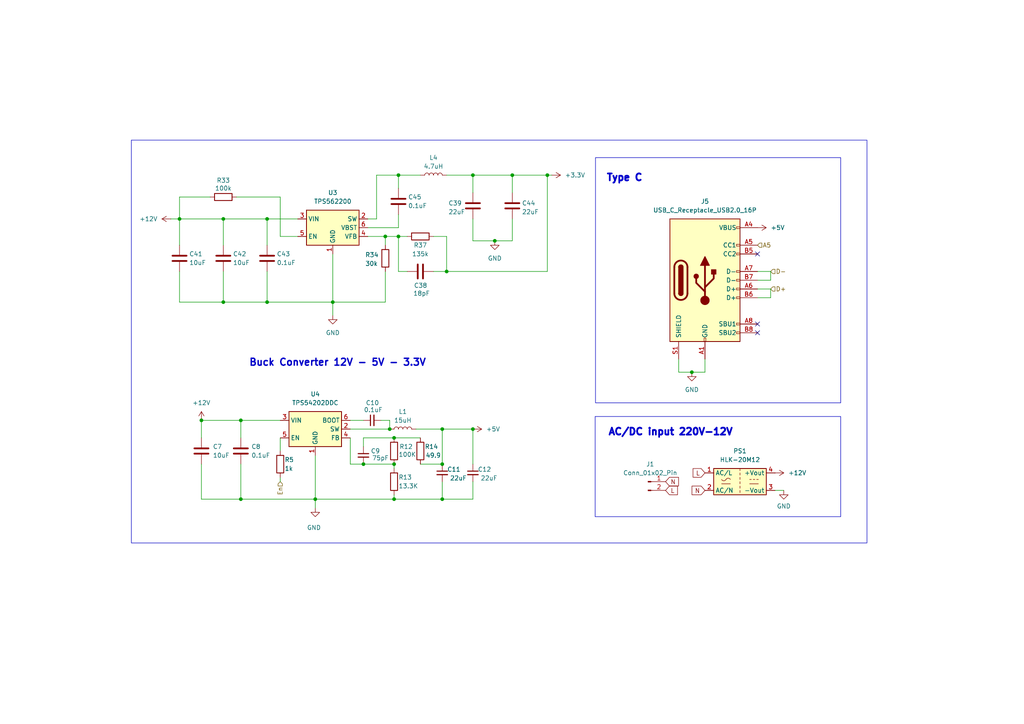
<source format=kicad_sch>
(kicad_sch (version 20231120) (generator "eeschema") (generator_version "8.0")
  (paper "A4")
  (lib_symbols
    (symbol "Connector:Conn_01x02_Pin" (pin_names (offset 1.016) hide)
      (property "Reference" "J" (at 0 2.54 0))
      (property "Value" "Conn_01x02_Pin" (at 0 -5.08 0))
      (symbol "Conn_01x02_Pin_1_1"
        (polyline (pts (xy 1.27 -2.54) (xy 0.8636 -2.54)) (stroke (width 0.1524)))
        (polyline (pts (xy 1.27 0) (xy 0.8636 0)) (stroke (width 0.1524)))
        (rectangle (start 0.8636 -2.413) (end 0 -2.667) (stroke (width 0.1524)) (fill (type outline)))
        (rectangle (start 0.8636 0.127) (end 0 -0.127) (stroke (width 0.1524)) (fill (type outline)))
        (pin passive line (at 5.08 0 180) (length 3.81) (name "Pin_1") (number "1"))
        (pin passive line (at 5.08 -2.54 180) (length 3.81) (name "Pin_2") (number "2"))
      )
    )
    (symbol "Connector:USB_C_Receptacle_USB2.0_16P" (pin_names (offset 1.016))
      (property "Reference" "J" (at 0 22.225 0))
      (property "Value" "USB_C_Receptacle_USB2.0_16P" (at 0 19.685 0))
      (symbol "USB_C_Receptacle_USB2.0_16P_0_0"
        (rectangle (start -0.254 -17.78) (end 0.254 -16.764))
        (rectangle (start 10.16 -14.986) (end 9.144 -15.494))
        (rectangle (start 10.16 -12.446) (end 9.144 -12.954))
        (rectangle (start 10.16 -4.826) (end 9.144 -5.334))
        (rectangle (start 10.16 -2.286) (end 9.144 -2.794))
        (rectangle (start 10.16 0.254) (end 9.144 -0.254))
        (rectangle (start 10.16 2.794) (end 9.144 2.286))
        (rectangle (start 10.16 7.874) (end 9.144 7.366))
        (rectangle (start 10.16 10.414) (end 9.144 9.906))
        (rectangle (start 10.16 15.494) (end 9.144 14.986))
      )
      (symbol "USB_C_Receptacle_USB2.0_16P_0_1"
        (rectangle (start -10.16 17.78) (end 10.16 -17.78) (stroke (width 0.254)) (fill (type background)))
        (arc (start -8.89 -3.81) (mid -6.985 -5.7067) (end -5.08 -3.81) (stroke (width 0.508)))
        (arc (start -7.62 -3.81) (mid -6.985 -4.4423) (end -6.35 -3.81) (stroke (width 0.254)))
        (arc (start -7.62 -3.81) (mid -6.985 -4.4423) (end -6.35 -3.81) (stroke (width 0.254)) (fill (type outline)))
        (rectangle (start -7.62 -3.81) (end -6.35 3.81) (stroke (width 0.254)) (fill (type outline)))
        (arc (start -6.35 3.81) (mid -6.985 4.4423) (end -7.62 3.81) (stroke (width 0.254)))
        (arc (start -6.35 3.81) (mid -6.985 4.4423) (end -7.62 3.81) (stroke (width 0.254)) (fill (type outline)))
        (arc (start -5.08 3.81) (mid -6.985 5.7067) (end -8.89 3.81) (stroke (width 0.508)))
        (circle (center -2.54 1.143) (radius 0.635) (stroke (width 0.254)) (fill (type outline)))
        (circle (center 0 -5.842) (radius 1.27) (fill (type outline)))
        (polyline (pts (xy -8.89 -3.81) (xy -8.89 3.81)) (stroke (width 0.508)))
        (polyline (pts (xy -5.08 3.81) (xy -5.08 -3.81)) (stroke (width 0.508)))
        (polyline (pts (xy 0 -5.842) (xy 0 4.318)) (stroke (width 0.508)))
        (polyline (pts (xy 0 -3.302) (xy -2.54 -0.762) (xy -2.54 0.508)) (stroke (width 0.508)))
        (polyline (pts (xy 0 -2.032) (xy 2.54 0.508) (xy 2.54 1.778)) (stroke (width 0.508)))
        (polyline (pts (xy -1.27 4.318) (xy 0 6.858) (xy 1.27 4.318) (xy -1.27 4.318)) (stroke (width 0.254)) (fill (type outline)))
        (rectangle (start 1.905 1.778) (end 3.175 3.048) (stroke (width 0.254)) (fill (type outline)))
      )
      (symbol "USB_C_Receptacle_USB2.0_16P_1_1"
        (pin passive line (at 0 -22.86 90) (length 5.08) (name "GND") (number "A1"))
        (pin passive line (at 0 -22.86 90) (length 5.08) hide (name "GND") (number "A12"))
        (pin passive line (at 15.24 15.24 180) (length 5.08) (name "VBUS") (number "A4"))
        (pin bidirectional line (at 15.24 10.16 180) (length 5.08) (name "CC1") (number "A5"))
        (pin bidirectional line (at 15.24 -2.54 180) (length 5.08) (name "D+") (number "A6"))
        (pin bidirectional line (at 15.24 2.54 180) (length 5.08) (name "D-") (number "A7"))
        (pin bidirectional line (at 15.24 -12.7 180) (length 5.08) (name "SBU1") (number "A8"))
        (pin passive line (at 15.24 15.24 180) (length 5.08) hide (name "VBUS") (number "A9"))
        (pin passive line (at 0 -22.86 90) (length 5.08) hide (name "GND") (number "B1"))
        (pin passive line (at 0 -22.86 90) (length 5.08) hide (name "GND") (number "B12"))
        (pin passive line (at 15.24 15.24 180) (length 5.08) hide (name "VBUS") (number "B4"))
        (pin bidirectional line (at 15.24 7.62 180) (length 5.08) (name "CC2") (number "B5"))
        (pin bidirectional line (at 15.24 -5.08 180) (length 5.08) (name "D+") (number "B6"))
        (pin bidirectional line (at 15.24 0 180) (length 5.08) (name "D-") (number "B7"))
        (pin bidirectional line (at 15.24 -15.24 180) (length 5.08) (name "SBU2") (number "B8"))
        (pin passive line (at 15.24 15.24 180) (length 5.08) hide (name "VBUS") (number "B9"))
        (pin passive line (at -7.62 -22.86 90) (length 5.08) (name "SHIELD") (number "S1"))
      )
    )
    (symbol "Converter_ACDC:HLK-20M12"
      (property "Reference" "PS" (at 0 5.08 0))
      (property "Value" "HLK-20M12" (at 0 -5.08 0))
      (symbol "HLK-20M12_0_1"
        (rectangle (start -7.62 3.81) (end 7.62 -3.81) (stroke (width 0.254)) (fill (type background)))
        (arc (start -5.334 0.635) (mid -4.699 0.2495) (end -4.064 0.635))
        (arc (start -2.794 0.635) (mid -3.429 1.0072) (end -4.064 0.635))
        (polyline (pts (xy -5.334 -0.635) (xy -2.794 -0.635)))
        (polyline (pts (xy 0 -2.54) (xy 0 -3.175)))
        (polyline (pts (xy 0 -1.27) (xy 0 -1.905)))
        (polyline (pts (xy 0 0) (xy 0 -0.635)))
        (polyline (pts (xy 0 1.27) (xy 0 0.635)))
        (polyline (pts (xy 0 2.54) (xy 0 1.905)))
        (polyline (pts (xy 0 3.81) (xy 0 3.175)))
        (polyline (pts (xy 2.794 -0.635) (xy 5.334 -0.635)))
        (polyline (pts (xy 2.794 0.635) (xy 3.302 0.635)))
        (polyline (pts (xy 3.81 0.635) (xy 4.318 0.635)))
        (polyline (pts (xy 4.826 0.635) (xy 5.334 0.635)))
      )
      (symbol "HLK-20M12_1_1"
        (pin power_in line (at -10.16 2.54 0) (length 2.54) (name "AC/L") (number "1"))
        (pin power_in line (at -10.16 -2.54 0) (length 2.54) (name "AC/N") (number "2"))
        (pin power_out line (at 10.16 -2.54 180) (length 2.54) (name "-Vout") (number "3"))
        (pin power_out line (at 10.16 2.54 180) (length 2.54) (name "+Vout") (number "4"))
      )
    )
    (symbol "Device:C" (pin_numbers hide) (pin_names (offset 0.254))
      (property "Reference" "C" (at 0.635 2.54 0))
      (property "Value" "C" (at 0.635 -2.54 0))
      (symbol "C_0_1"
        (polyline (pts (xy -2.032 -0.762) (xy 2.032 -0.762)) (stroke (width 0.508)))
        (polyline (pts (xy -2.032 0.762) (xy 2.032 0.762)) (stroke (width 0.508)))
      )
      (symbol "C_1_1"
        (pin passive line (at 0 3.81 270) (length 2.794) (name "~") (number "1"))
        (pin passive line (at 0 -3.81 90) (length 2.794) (name "~") (number "2"))
      )
    )
    (symbol "Device:C_Small" (pin_numbers hide) (pin_names (offset 0.254) hide)
      (property "Reference" "C" (at 0.254 1.778 0))
      (property "Value" "C_Small" (at 0.254 -2.032 0))
      (symbol "C_Small_0_1"
        (polyline (pts (xy -1.524 -0.508) (xy 1.524 -0.508)) (stroke (width 0.3302)))
        (polyline (pts (xy -1.524 0.508) (xy 1.524 0.508)) (stroke (width 0.3048)))
      )
      (symbol "C_Small_1_1"
        (pin passive line (at 0 2.54 270) (length 2.032) (name "~") (number "1"))
        (pin passive line (at 0 -2.54 90) (length 2.032) (name "~") (number "2"))
      )
    )
    (symbol "Device:L" (pin_numbers hide) (pin_names (offset 1.016) hide)
      (property "Reference" "L" (at -1.27 0 90))
      (property "Value" "L" (at 1.905 0 90))
      (symbol "L_0_1"
        (arc (start 0 -2.54) (mid 0.6323 -1.905) (end 0 -1.27))
        (arc (start 0 -1.27) (mid 0.6323 -0.635) (end 0 0))
        (arc (start 0 0) (mid 0.6323 0.635) (end 0 1.27))
        (arc (start 0 1.27) (mid 0.6323 1.905) (end 0 2.54))
      )
      (symbol "L_1_1"
        (pin passive line (at 0 3.81 270) (length 1.27) (name "1") (number "1"))
        (pin passive line (at 0 -3.81 90) (length 1.27) (name "2") (number "2"))
      )
    )
    (symbol "Device:R" (pin_numbers hide) (pin_names (offset 0))
      (property "Reference" "R" (at 2.032 0 90))
      (property "Value" "R" (at 0 0 90))
      (symbol "R_0_1"
        (rectangle (start -1.016 -2.54) (end 1.016 2.54) (stroke (width 0.254)))
      )
      (symbol "R_1_1"
        (pin passive line (at 0 3.81 270) (length 1.27) (name "~") (number "1"))
        (pin passive line (at 0 -3.81 90) (length 1.27) (name "~") (number "2"))
      )
    )
    (symbol "GND_1" (power) (pin_names (offset 0))
      (property "Value" "GND_1" (at 0 -3.81 0))
      (symbol "GND_1_0_1"
        (polyline (pts (xy 0 0) (xy 0 -1.27) (xy 1.27 -1.27) (xy 0 -2.54) (xy -1.27 -1.27) (xy 0 -1.27)))
      )
      (symbol "GND_1_1_1"
        (pin power_in line (at 0 0 270) (length 0) hide (name "GND") (number "1"))
      )
    )
    (symbol "Regulator_Switching:TPS54202DDC"
      (property "Reference" "U" (at -7.62 6.35 0))
      (property "Value" "TPS54202DDC" (at 0 6.35 0))
      (symbol "TPS54202DDC_0_1"
        (rectangle (start -7.62 5.08) (end 7.62 -5.08) (stroke (width 0.254)) (fill (type background)))
      )
      (symbol "TPS54202DDC_1_1"
        (pin power_in line (at 0 -7.62 90) (length 2.54) (name "GND") (number "1"))
        (pin power_out line (at 10.16 0 180) (length 2.54) (name "SW") (number "2"))
        (pin power_in line (at -10.16 2.54 0) (length 2.54) (name "VIN") (number "3"))
        (pin input line (at 10.16 -2.54 180) (length 2.54) (name "FB") (number "4"))
        (pin input line (at -10.16 -2.54 0) (length 2.54) (name "EN") (number "5"))
        (pin passive line (at 10.16 2.54 180) (length 2.54) (name "BOOT") (number "6"))
      )
    )
    (symbol "Regulator_Switching:TPS562200"
      (property "Reference" "U" (at -7.62 6.35 0))
      (property "Value" "TPS562200" (at -2.54 6.35 0))
      (symbol "TPS562200_0_1"
        (rectangle (start -7.62 5.08) (end 7.62 -5.08) (stroke (width 0.254)) (fill (type background)))
      )
      (symbol "TPS562200_1_1"
        (pin power_in line (at 0 -7.62 90) (length 2.54) (name "GND") (number "1"))
        (pin output line (at 10.16 2.54 180) (length 2.54) (name "SW") (number "2"))
        (pin power_in line (at -10.16 2.54 0) (length 2.54) (name "VIN") (number "3"))
        (pin input line (at 10.16 -2.54 180) (length 2.54) (name "VFB") (number "4"))
        (pin input line (at -10.16 -2.54 0) (length 2.54) (name "EN") (number "5"))
        (pin passive line (at 10.16 0 180) (length 2.54) (name "VBST") (number "6"))
      )
    )
    (symbol "power:+12V" (power) (pin_numbers hide) (pin_names (offset 0) hide)
      (property "Value" "+12V" (at 0 3.556 0))
      (symbol "+12V_0_1"
        (polyline (pts (xy -0.762 1.27) (xy 0 2.54)))
        (polyline (pts (xy 0 0) (xy 0 2.54)))
        (polyline (pts (xy 0 2.54) (xy 0.762 1.27)))
      )
      (symbol "+12V_1_1"
        (pin power_in line (at 0 0 90) (length 0) (name "~") (number "1"))
      )
    )
    (symbol "power:+3.3V" (power) (pin_numbers hide) (pin_names (offset 0) hide)
      (property "Value" "+3.3V" (at 0 3.556 0))
      (symbol "+3.3V_0_1"
        (polyline (pts (xy -0.762 1.27) (xy 0 2.54)))
        (polyline (pts (xy 0 0) (xy 0 2.54)))
        (polyline (pts (xy 0 2.54) (xy 0.762 1.27)))
      )
      (symbol "+3.3V_1_1"
        (pin power_in line (at 0 0 90) (length 0) (name "~") (number "1"))
      )
    )
    (symbol "power:+5V" (power) (pin_numbers hide) (pin_names (offset 0) hide)
      (property "Value" "+5V" (at 0 3.556 0))
      (symbol "+5V_0_1"
        (polyline (pts (xy -0.762 1.27) (xy 0 2.54)))
        (polyline (pts (xy 0 0) (xy 0 2.54)))
        (polyline (pts (xy 0 2.54) (xy 0.762 1.27)))
      )
      (symbol "+5V_1_1"
        (pin power_in line (at 0 0 90) (length 0) (name "~") (number "1"))
      )
    )
    (symbol "power:GND" (power) (pin_names (offset 0))
      (property "Value" "GND" (at 0 -3.81 0))
      (symbol "GND_0_1"
        (polyline (pts (xy 0 0) (xy 0 -1.27) (xy 1.27 -1.27) (xy 0 -2.54) (xy -1.27 -1.27) (xy 0 -1.27)))
      )
      (symbol "GND_1_1"
        (pin power_in line (at 0 0 270) (length 0) hide (name "GND") (number "1"))
      )
    )
  )
  (junction (at 96.52 87.63))
  (junction (at 128.27 124.46))
  (junction (at 128.27 134.62))
  (junction (at 158.75 50.8))
  (junction (at 200.66 107.95))
  (junction (at 114.3 144.78))
  (junction (at 114.3 134.62))
  (junction (at 64.77 87.63))
  (junction (at 111.76 68.58))
  (junction (at 69.85 144.78))
  (junction (at 129.54 78.74))
  (junction (at 113.03 124.46))
  (junction (at 128.27 144.78))
  (junction (at 105.41 134.62))
  (junction (at 137.16 124.46))
  (junction (at 52.07 63.5))
  (junction (at 143.51 69.85))
  (junction (at 91.44 144.78))
  (junction (at 64.77 63.5))
  (junction (at 77.47 63.5))
  (junction (at 114.3 127))
  (junction (at 137.16 50.8))
  (junction (at 58.42 121.92))
  (junction (at 69.85 121.92))
  (junction (at 148.59 50.8))
  (junction (at 77.47 87.63))
  (junction (at 115.57 50.8))
  (junction (at 115.57 68.58))
  (no_connect (at 219.71 93.98))
  (no_connect (at 219.71 96.52))
  (no_connect (at 219.71 73.66))
  (wire (pts (xy 114.3 127) (xy 121.92 127)))
  (wire (pts (xy 91.44 132.08) (xy 91.44 144.78)))
  (wire (pts (xy 111.76 68.58) (xy 111.76 71.12)))
  (wire (pts (xy 137.16 139.7) (xy 137.16 144.78)))
  (wire (pts (xy 120.65 124.46) (xy 128.27 124.46)))
  (wire (pts (xy 96.52 87.63) (xy 96.52 91.44)))
  (wire (pts (xy 49.53 63.5) (xy 52.07 63.5)))
  (wire (pts (xy 219.71 78.74) (xy 223.52 78.74)))
  (wire (pts (xy 219.71 83.82) (xy 223.52 83.82)))
  (wire (pts (xy 128.27 144.78) (xy 137.16 144.78)))
  (wire (pts (xy 86.36 63.5) (xy 77.47 63.5)))
  (wire (pts (xy 52.07 78.74) (xy 52.07 87.63)))
  (wire (pts (xy 106.68 66.04) (xy 115.57 66.04)))
  (wire (pts (xy 111.76 68.58) (xy 115.57 68.58)))
  (wire (pts (xy 64.77 87.63) (xy 77.47 87.63)))
  (wire (pts (xy 105.41 127) (xy 114.3 127)))
  (wire (pts (xy 58.42 121.92) (xy 58.42 127)))
  (wire (pts (xy 58.42 144.78) (xy 69.85 144.78)))
  (wire (pts (xy 111.76 87.63) (xy 96.52 87.63)))
  (wire (pts (xy 128.27 124.46) (xy 137.16 124.46)))
  (wire (pts (xy 115.57 66.04) (xy 115.57 62.23)))
  (wire (pts (xy 143.51 69.85) (xy 148.59 69.85)))
  (wire (pts (xy 204.47 107.95) (xy 200.66 107.95)))
  (wire (pts (xy 109.22 50.8) (xy 115.57 50.8)))
  (wire (pts (xy 96.52 73.66) (xy 96.52 87.63)))
  (wire (pts (xy 114.3 143.51) (xy 114.3 144.78)))
  (wire (pts (xy 115.57 68.58) (xy 118.11 68.58)))
  (wire (pts (xy 69.85 144.78) (xy 91.44 144.78)))
  (wire (pts (xy 77.47 78.74) (xy 77.47 87.63)))
  (wire (pts (xy 91.44 144.78) (xy 91.44 147.32)))
  (wire (pts (xy 58.42 121.92) (xy 69.85 121.92)))
  (wire (pts (xy 52.07 57.15) (xy 52.07 63.5)))
  (wire (pts (xy 114.3 135.89) (xy 114.3 134.62)))
  (wire (pts (xy 101.6 124.46) (xy 113.03 124.46)))
  (wire (pts (xy 115.57 50.8) (xy 115.57 54.61)))
  (wire (pts (xy 158.75 50.8) (xy 160.02 50.8)))
  (wire (pts (xy 113.03 121.92) (xy 113.03 124.46)))
  (wire (pts (xy 137.16 124.46) (xy 137.16 134.62)))
  (wire (pts (xy 137.16 50.8) (xy 137.16 55.88)))
  (wire (pts (xy 121.92 134.62) (xy 128.27 134.62)))
  (wire (pts (xy 101.6 121.92) (xy 105.41 121.92)))
  (wire (pts (xy 81.28 130.81) (xy 81.28 127)))
  (wire (pts (xy 148.59 50.8) (xy 158.75 50.8)))
  (wire (pts (xy 129.54 78.74) (xy 158.75 78.74)))
  (wire (pts (xy 125.73 68.58) (xy 129.54 68.58)))
  (wire (pts (xy 128.27 139.7) (xy 128.27 144.78)))
  (wire (pts (xy 105.41 129.54) (xy 105.41 127)))
  (wire (pts (xy 110.49 121.92) (xy 113.03 121.92)))
  (wire (pts (xy 219.71 86.36) (xy 223.52 86.36)))
  (wire (pts (xy 115.57 78.74) (xy 115.57 68.58)))
  (wire (pts (xy 52.07 63.5) (xy 64.77 63.5)))
  (wire (pts (xy 196.85 104.14) (xy 196.85 107.95)))
  (wire (pts (xy 69.85 121.92) (xy 81.28 121.92)))
  (wire (pts (xy 101.6 127) (xy 101.6 134.62)))
  (wire (pts (xy 128.27 124.46) (xy 128.27 134.62)))
  (wire (pts (xy 64.77 78.74) (xy 64.77 87.63)))
  (wire (pts (xy 52.07 71.12) (xy 52.07 63.5)))
  (wire (pts (xy 81.28 57.15) (xy 68.58 57.15)))
  (wire (pts (xy 148.59 69.85) (xy 148.59 63.5)))
  (wire (pts (xy 115.57 50.8) (xy 121.92 50.8)))
  (wire (pts (xy 111.76 78.74) (xy 111.76 87.63)))
  (wire (pts (xy 224.79 142.24) (xy 227.33 142.24)))
  (wire (pts (xy 137.16 50.8) (xy 148.59 50.8)))
  (wire (pts (xy 137.16 69.85) (xy 137.16 63.5)))
  (wire (pts (xy 77.47 87.63) (xy 96.52 87.63)))
  (wire (pts (xy 91.44 144.78) (xy 114.3 144.78)))
  (wire (pts (xy 64.77 71.12) (xy 64.77 63.5)))
  (wire (pts (xy 60.96 57.15) (xy 52.07 57.15)))
  (wire (pts (xy 52.07 87.63) (xy 64.77 87.63)))
  (wire (pts (xy 219.71 81.28) (xy 223.52 81.28)))
  (wire (pts (xy 58.42 134.62) (xy 58.42 144.78)))
  (wire (pts (xy 69.85 134.62) (xy 69.85 144.78)))
  (wire (pts (xy 106.68 63.5) (xy 109.22 63.5)))
  (wire (pts (xy 77.47 71.12) (xy 77.47 63.5)))
  (wire (pts (xy 69.85 121.92) (xy 69.85 127)))
  (wire (pts (xy 158.75 50.8) (xy 158.75 78.74)))
  (wire (pts (xy 129.54 50.8) (xy 137.16 50.8)))
  (wire (pts (xy 81.28 68.58) (xy 81.28 57.15)))
  (wire (pts (xy 106.68 68.58) (xy 111.76 68.58)))
  (wire (pts (xy 81.28 139.7) (xy 81.28 138.43)))
  (wire (pts (xy 118.11 78.74) (xy 115.57 78.74)))
  (wire (pts (xy 148.59 50.8) (xy 148.59 55.88)))
  (wire (pts (xy 125.73 78.74) (xy 129.54 78.74)))
  (wire (pts (xy 204.47 104.14) (xy 204.47 107.95)))
  (wire (pts (xy 64.77 63.5) (xy 77.47 63.5)))
  (wire (pts (xy 129.54 78.74) (xy 129.54 68.58)))
  (wire (pts (xy 223.52 86.36) (xy 223.52 83.82)))
  (wire (pts (xy 137.16 69.85) (xy 143.51 69.85)))
  (wire (pts (xy 114.3 144.78) (xy 128.27 144.78)))
  (wire (pts (xy 223.52 81.28) (xy 223.52 78.74)))
  (wire (pts (xy 109.22 63.5) (xy 109.22 50.8)))
  (wire (pts (xy 86.36 68.58) (xy 81.28 68.58)))
  (wire (pts (xy 196.85 107.95) (xy 200.66 107.95)))
  (wire (pts (xy 101.6 134.62) (xy 105.41 134.62)))
  (wire (pts (xy 105.41 134.62) (xy 114.3 134.62)))
  (rectangle (start 172.72 45.72) (end 243.84 116.84))
  (rectangle (start 172.6184 120.8024) (end 243.84 149.86))
  (rectangle (start 38.1 40.64) (end 251.46 157.48))
  (text "Buck Converter 12V - 5V - 3.3V\n" (at 72.136 106.426 0) (effects (font (size 2 2) (thickness 0.4) (bold yes)) (justify left bottom)))
  (text "Type C\n" (at 175.768 52.832 0) (effects (font (size 2 2) (thickness 0.8) (bold yes)) (justify left bottom)))
  (text "AC/DC input 220V-12V\n\n" (at 176.276 129.794 0) (effects (font (size 2 2) (thickness 0.8) (bold yes)) (justify left bottom)))
  (global_label "L" (shape input) (at 193.04 142.24 0) (property "Intersheetrefs" "${INTERSHEET_REFS}" (effects (hide yes))))
  (global_label "N" (shape input) (at 204.47 142.24 180) (property "Intersheetrefs" "${INTERSHEET_REFS}" (effects (hide yes))))
  (global_label "L" (shape input) (at 204.47 137.16 180) (property "Intersheetrefs" "${INTERSHEET_REFS}" (effects (hide yes))))
  (global_label "N" (shape input) (at 193.04 139.7 0) (property "Intersheetrefs" "${INTERSHEET_REFS}" (effects (hide yes))))
  (hierarchical_label "En" (shape input) (at 81.28 139.7 270))
  (hierarchical_label "D-" (shape input) (at 223.52 78.74 0))
  (hierarchical_label "A5" (shape input) (at 219.71 71.12 0))
  (hierarchical_label "D+" (shape input) (at 223.52 83.82 0))
  (symbol (lib_id "Device:C") (at 115.57 58.42 0) (unit 1)
    (property "Reference" "C45" (at 118.364 57.15 0) (effects (justify left)))
    (property "Value" "0.1uF" (at 118.364 59.69 0) (effects (justify left)))
    (property "Footprint" "Capacitor_SMD:C_0603_1608Metric" (effects (hide yes)))
  )
  (symbol (lib_id "Device:R") (at 114.3 139.7 0) (unit 1)
    (property "Reference" "R13" (at 115.57 138.43 0) (effects (justify left)))
    (property "Value" "13.3K" (at 115.57 140.97 0) (effects (justify left)))
    (property "Footprint" "Resistor_SMD:R_0603_1608Metric" (effects (hide yes)))
    (property "Description" "Resistor" (effects (hide yes)))
  )
  (symbol (lib_id "Device:C_Small") (at 105.41 132.08 0) (mirror y) (unit 1)
    (property "Reference" "C9" (at 110.236 130.81 0) (effects (justify left)))
    (property "Value" "75pF" (at 112.776 132.842 0) (effects (justify left)))
    (property "Footprint" "Capacitor_SMD:C_0603_1608Metric" (effects (hide yes)))
  )
  (symbol (lib_id "power:+5V") (at 219.71 66.04 270) (unit 1)
    (property "Reference" "#PWR010" (effects (hide yes)))
    (property "Value" "+5V" (at 223.52 66.0399 90) (effects (justify left)))
    (property "Description" "Power symbol creates a global label with name \"+5V\"" (effects (hide yes)))
  )
  (symbol (lib_id "Regulator_Switching:TPS562200") (at 96.52 66.04 0) (unit 1)
    (property "Reference" "U3" (at 96.52 55.88 0))
    (property "Value" "TPS562200" (at 96.52 58.42 0))
    (property "Footprint" "Package_TO_SOT_SMD:SOT-23-6" (effects (hide yes)))
    (property "Datasheet" "http://www.ti.com/lit/ds/symlink/tps563200.pdf" (effects (hide yes)))
    (property "Description" "2A Synchronous Step-Down Voltage Regulator, Adjustable Output Voltage, 4.5-17V Input Voltage, SOT-23-6" (effects (hide yes)))
  )
  (symbol (lib_id "Device:R") (at 81.28 134.62 0) (unit 1)
    (property "Reference" "R5" (at 82.55 133.35 0) (effects (justify left)))
    (property "Value" "1k" (at 82.55 135.89 0) (effects (justify left)))
    (property "Footprint" "Resistor_SMD:R_0402_1005Metric" (effects (hide yes)))
    (property "Description" "Resistor" (effects (hide yes)))
  )
  (symbol (lib_id "Device:C") (at 77.47 74.93 0) (unit 1)
    (property "Reference" "C43" (at 80.264 73.66 0) (effects (justify left)))
    (property "Value" "0.1uF" (at 80.264 76.2 0) (effects (justify left)))
    (property "Footprint" "Capacitor_SMD:C_0603_1608Metric" (effects (hide yes)))
  )
  (symbol (lib_id "power:GND") (at 200.66 107.95 0) (unit 1)
    (property "Reference" "#PWR013" (effects (hide yes)))
    (property "Value" "GND" (at 200.66 113.03 0))
  )
  (symbol (lib_id "Connector:Conn_01x02_Pin") (at 187.96 139.7 0) (unit 1)
    (property "Reference" "J1" (at 188.595 134.62 0))
    (property "Value" "Conn_01x02_Pin" (at 188.595 137.16 0))
    (property "Footprint" "Connector_Phoenix_MC:PhoenixContact_MCV_1,5_2-G-3.81_1x02_P3.81mm_Vertical" (effects (hide yes)))
  )
  (symbol (lib_id "Device:L") (at 125.73 50.8 90) (unit 1)
    (property "Reference" "L4" (at 125.73 45.72 90))
    (property "Value" "4.7uH" (at 125.73 48.26 90))
    (property "Footprint" "Inductor_SMD:L_Bourns_SRP5030T" (effects (hide yes)))
    (property "Description" "Inductor" (effects (hide yes)))
  )
  (symbol (lib_id "Device:C_Small") (at 137.16 137.16 0) (mirror y) (unit 1)
    (property "Reference" "C12" (at 142.494 136.144 0) (effects (justify left)))
    (property "Value" "22uF" (at 144.272 138.684 0) (effects (justify left)))
    (property "Footprint" "Capacitor_SMD:C_0603_1608Metric" (effects (hide yes)))
  )
  (symbol (lib_id "Device:C") (at 148.59 59.69 0) (unit 1)
    (property "Reference" "C44" (at 151.384 58.928 0) (effects (justify left)))
    (property "Value" "22uF" (at 151.384 61.468 0) (effects (justify left)))
    (property "Footprint" "Capacitor_SMD:C_0603_1608Metric" (effects (hide yes)))
  )
  (symbol (lib_id "Device:C") (at 58.42 130.81 0) (unit 1)
    (property "Reference" "C7" (at 61.722 129.54 0) (effects (justify left)))
    (property "Value" "10uF" (at 61.722 132.08 0) (effects (justify left)))
    (property "Footprint" "Capacitor_SMD:CP_Elec_4x3" (effects (hide yes)))
  )
  (symbol (lib_id "Converter_ACDC:HLK-20M12") (at 214.63 139.7 0) (unit 1)
    (property "Reference" "PS1" (at 214.63 130.81 0))
    (property "Value" "HLK-20M12" (at 214.63 133.35 0))
    (property "Footprint" "Converter_ACDC:Converter_ACDC_Hi-Link_HLK-20Mxx" (effects (hide yes)))
    (property "Datasheet" "https://h.hlktech.com/download/ACDC%E7%94%B5%E6%BA%90%E6%A8%A1%E5%9D%9720W%E7%B3%BB%E5%88%97/1/%E6%B5%B7%E5%87%8C%E7%A7%9120W%E7%B3%BB%E5%88%97%E7%94%B5%E6%BA%90%E6%A8%A1%E5%9D%97%E8%A7%84%E6%A0%BC%E4%B9%A6V1.6.pdf" (effects (hide yes)))
    (property "Description" "Compact AC/DC board mount power module 20W 12V" (effects (hide yes)))
  )
  (symbol (lib_id "Device:L") (at 116.84 124.46 90) (unit 1)
    (property "Reference" "L1" (at 116.84 119.38 90))
    (property "Value" "15uH" (at 116.84 121.92 90))
    (property "Footprint" "Inductor_SMD:L_Vishay_IHLP-2020" (effects (hide yes)))
  )
  (symbol (lib_id "power:+12V") (at 49.53 63.5 90) (unit 1)
    (property "Reference" "#PWR052" (effects (hide yes)))
    (property "Value" "+12V" (at 45.72 63.4999 90) (effects (justify left)))
    (property "Description" "Power symbol creates a global label with name \"+12V\"" (effects (hide yes)))
  )
  (symbol (lib_id "Device:C_Small") (at 128.27 137.16 0) (mirror y) (unit 1)
    (property "Reference" "C11" (at 133.604 136.144 0) (effects (justify left)))
    (property "Value" "22uF" (at 135.382 138.684 0) (effects (justify left)))
    (property "Footprint" "Capacitor_SMD:C_0603_1608Metric" (effects (hide yes)))
  )
  (symbol (lib_id "power:+12V") (at 224.79 137.16 270) (unit 1)
    (property "Reference" "#PWR048" (effects (hide yes)))
    (property "Value" "+12V" (at 228.6 137.1599 90) (effects (justify left)))
    (property "Description" "Power symbol creates a global label with name \"+12V\"" (effects (hide yes)))
  )
  (symbol (lib_id "Device:C_Small") (at 107.95 121.92 90) (mirror x) (unit 1)
    (property "Reference" "C10" (at 109.982 116.84 90) (effects (justify left)))
    (property "Value" "0.1uF" (at 110.998 118.872 90) (effects (justify left)))
    (property "Footprint" "Capacitor_SMD:C_0603_1608Metric" (effects (hide yes)))
  )
  (symbol (lib_id "Device:R") (at 114.3 130.81 0) (unit 1)
    (property "Reference" "R12" (at 115.824 129.54 0) (effects (justify left)))
    (property "Value" "100K" (at 115.57 131.826 0) (effects (justify left)))
    (property "Footprint" "Resistor_SMD:R_0603_1608Metric" (effects (hide yes)))
    (property "Description" "Resistor" (effects (hide yes)))
  )
  (symbol (lib_id "Regulator_Switching:TPS54202DDC") (at 91.44 124.46 0) (unit 1)
    (property "Reference" "U4" (at 91.44 114.3 0))
    (property "Value" "TPS54202DDC" (at 91.44 116.84 0))
    (property "Footprint" "Package_TO_SOT_SMD:SOT-23-6" (effects (hide yes)))
    (property "Datasheet" "http://www.ti.com/lit/ds/symlink/tps54202.pdf" (effects (hide yes)))
    (property "Description" "2A, 4.5 to 28V Input, EMI Friendly integrated switch synchronous step-down regulator, pulse-skipping, SOT-23-6" (effects (hide yes)))
    (property "MFR" "TPS54202DDCR" (effects (hide yes)))
    (property "LCSC" "C191884" (effects (hide yes)))
  )
  (symbol (lib_id "Device:R") (at 121.92 68.58 90) (unit 1)
    (property "Reference" "R37" (at 121.92 71.12 90))
    (property "Value" "135k" (at 121.92 73.66 90))
    (property "Footprint" "Resistor_SMD:R_0603_1608Metric" (effects (hide yes)))
    (property "Description" "Resistor" (effects (hide yes)))
  )
  (symbol (lib_id "power:GND") (at 91.44 147.32 0) (unit 1)
    (property "Reference" "#PWR024" (effects (hide yes)))
    (property "Value" "GND" (at 91.059 153.035 0))
  )
  (symbol (lib_id "Device:C") (at 69.85 130.81 0) (unit 1)
    (property "Reference" "C8" (at 72.898 129.54 0) (effects (justify left)))
    (property "Value" "0.1uF" (at 72.898 132.08 0) (effects (justify left)))
    (property "Footprint" "Capacitor_SMD:C_0603_1608Metric" (effects (hide yes)))
  )
  (symbol (lib_id "power:GND") (at 143.51 69.85 0) (unit 1)
    (property "Reference" "#PWR054" (effects (hide yes)))
    (property "Value" "GND" (at 143.51 74.93 0))
  )
  (symbol (lib_id "Device:R") (at 121.92 130.81 0) (unit 1)
    (property "Reference" "R14" (at 123.19 129.54 0) (effects (justify left)))
    (property "Value" "49.9" (at 123.444 132.08 0) (effects (justify left)))
    (property "Footprint" "Resistor_SMD:R_0603_1608Metric" (effects (hide yes)))
    (property "Description" "Resistor" (effects (hide yes)))
  )
  (symbol (lib_id "power:+12V") (at 58.42 121.92 0) (unit 1)
    (property "Reference" "#PWR011" (effects (hide yes)))
    (property "Value" "+12V" (at 58.42 116.84 0))
    (property "Description" "Power symbol creates a global label with name \"+12V\"" (effects (hide yes)))
  )
  (symbol (lib_id "power:+5V") (at 137.16 124.46 270) (unit 1)
    (property "Reference" "#PWR025" (effects (hide yes)))
    (property "Value" "+5V" (at 140.97 124.4599 90) (effects (justify left)))
    (property "Description" "Power symbol creates a global label with name \"+5V\"" (effects (hide yes)))
  )
  (symbol (lib_id "Device:R") (at 111.76 74.93 0) (unit 1)
    (property "Reference" "R34" (at 105.918 73.914 0) (effects (justify left)))
    (property "Value" "30k" (at 105.918 76.454 0) (effects (justify left)))
    (property "Footprint" "Resistor_SMD:R_0603_1608Metric" (effects (hide yes)))
    (property "Description" "Resistor" (effects (hide yes)))
  )
  (symbol (lib_name "GND_1") (lib_id "power:GND") (at 227.33 142.24 0) (unit 1)
    (property "Reference" "#PWR049" (effects (hide yes)))
    (property "Value" "GND" (at 227.33 146.812 0))
  )
  (symbol (lib_id "Device:C") (at 121.92 78.74 90) (unit 1)
    (property "Reference" "C38" (at 123.952 82.804 90) (effects (justify left)))
    (property "Value" "18pF" (at 124.714 85.09 90) (effects (justify left)))
    (property "Footprint" "Capacitor_SMD:C_0603_1608Metric" (effects (hide yes)))
  )
  (symbol (lib_id "Device:C") (at 137.16 59.69 0) (unit 1)
    (property "Reference" "C39" (at 130.048 58.928 0) (effects (justify left)))
    (property "Value" "22uF" (at 130.048 61.468 0) (effects (justify left)))
    (property "Footprint" "Capacitor_SMD:C_0603_1608Metric" (effects (hide yes)))
  )
  (symbol (lib_id "Device:C") (at 64.77 74.93 0) (unit 1)
    (property "Reference" "C42" (at 67.564 73.66 0) (effects (justify left)))
    (property "Value" "10uF" (at 67.564 76.2 0) (effects (justify left)))
    (property "Footprint" "Capacitor_SMD:C_0603_1608Metric" (effects (hide yes)))
  )
  (symbol (lib_id "Connector:USB_C_Receptacle_USB2.0_16P") (at 204.47 81.28 0) (unit 1)
    (property "Reference" "J5" (at 204.47 58.42 0))
    (property "Value" "USB_C_Receptacle_USB2.0_16P" (at 204.47 60.96 0))
    (property "Footprint" "Connector_USB:USB_C_Receptacle_G-Switch_GT-USB-7010ASV" (effects (hide yes)))
    (property "Datasheet" "https://www.usb.org/sites/default/files/documents/usb_type-c.zip" (effects (hide yes)))
    (property "Description" "USB 2.0-only 16P Type-C Receptacle connector" (effects (hide yes)))
  )
  (symbol (lib_id "Device:C") (at 52.07 74.93 0) (unit 1)
    (property "Reference" "C41" (at 54.864 73.66 0) (effects (justify left)))
    (property "Value" "10uF" (at 54.864 76.2 0) (effects (justify left)))
    (property "Footprint" "Capacitor_SMD:CP_Elec_4x3" (effects (hide yes)))
  )
  (symbol (lib_id "power:GND") (at 96.52 91.44 0) (unit 1)
    (property "Reference" "#PWR057" (effects (hide yes)))
    (property "Value" "GND" (at 96.52 96.52 0))
  )
  (symbol (lib_id "Device:R") (at 64.77 57.15 90) (unit 1)
    (property "Reference" "R33" (at 64.77 52.324 90))
    (property "Value" "100k" (at 64.77 54.61 90))
    (property "Footprint" "Resistor_SMD:R_0603_1608Metric" (effects (hide yes)))
    (property "Description" "Resistor" (effects (hide yes)))
  )
  (symbol (lib_id "power:+3.3V") (at 160.02 50.8 270) (unit 1)
    (property "Reference" "#PWR053" (effects (hide yes)))
    (property "Value" "+3.3V" (at 163.83 50.7999 90) (effects (justify left)))
    (property "Description" "Power symbol creates a global label with name \"+3.3V\"" (effects (hide yes)))
  )
)
</source>
